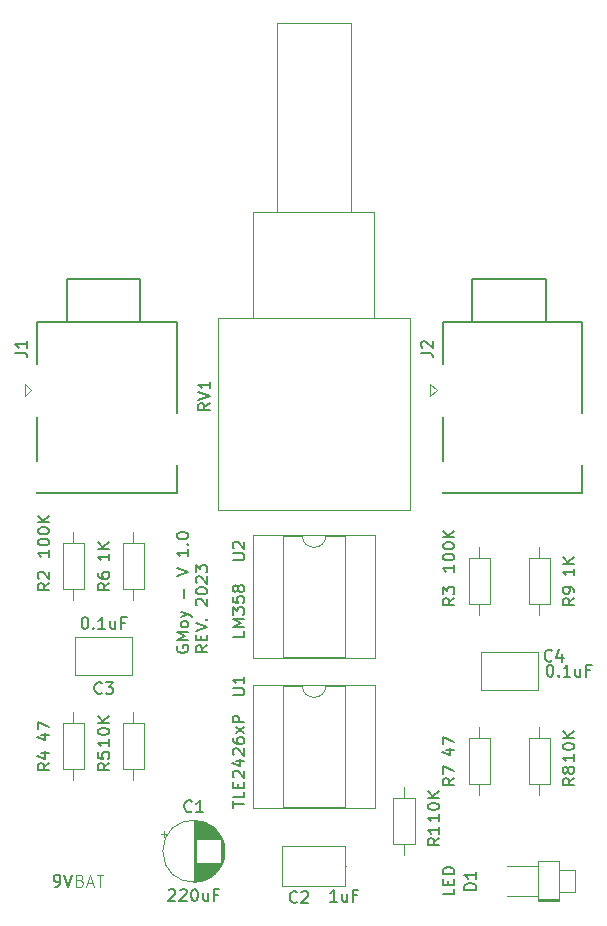
<source format=gbr>
%TF.GenerationSoftware,KiCad,Pcbnew,7.0.8*%
%TF.CreationDate,2023-12-16T16:40:22-03:00*%
%TF.ProjectId,cmoy,636d6f79-2e6b-4696-9361-645f70636258,rev?*%
%TF.SameCoordinates,Original*%
%TF.FileFunction,Legend,Top*%
%TF.FilePolarity,Positive*%
%FSLAX46Y46*%
G04 Gerber Fmt 4.6, Leading zero omitted, Abs format (unit mm)*
G04 Created by KiCad (PCBNEW 7.0.8) date 2023-12-16 16:40:22*
%MOMM*%
%LPD*%
G01*
G04 APERTURE LIST*
%ADD10C,0.150000*%
%ADD11C,0.100000*%
%ADD12C,0.120000*%
G04 APERTURE END LIST*
D10*
X177647438Y-70259411D02*
X177599819Y-70354649D01*
X177599819Y-70354649D02*
X177599819Y-70497506D01*
X177599819Y-70497506D02*
X177647438Y-70640363D01*
X177647438Y-70640363D02*
X177742676Y-70735601D01*
X177742676Y-70735601D02*
X177837914Y-70783220D01*
X177837914Y-70783220D02*
X178028390Y-70830839D01*
X178028390Y-70830839D02*
X178171247Y-70830839D01*
X178171247Y-70830839D02*
X178361723Y-70783220D01*
X178361723Y-70783220D02*
X178456961Y-70735601D01*
X178456961Y-70735601D02*
X178552200Y-70640363D01*
X178552200Y-70640363D02*
X178599819Y-70497506D01*
X178599819Y-70497506D02*
X178599819Y-70402268D01*
X178599819Y-70402268D02*
X178552200Y-70259411D01*
X178552200Y-70259411D02*
X178504580Y-70211792D01*
X178504580Y-70211792D02*
X178171247Y-70211792D01*
X178171247Y-70211792D02*
X178171247Y-70402268D01*
X178599819Y-69783220D02*
X177599819Y-69783220D01*
X177599819Y-69783220D02*
X178314104Y-69449887D01*
X178314104Y-69449887D02*
X177599819Y-69116554D01*
X177599819Y-69116554D02*
X178599819Y-69116554D01*
X178599819Y-68497506D02*
X178552200Y-68592744D01*
X178552200Y-68592744D02*
X178504580Y-68640363D01*
X178504580Y-68640363D02*
X178409342Y-68687982D01*
X178409342Y-68687982D02*
X178123628Y-68687982D01*
X178123628Y-68687982D02*
X178028390Y-68640363D01*
X178028390Y-68640363D02*
X177980771Y-68592744D01*
X177980771Y-68592744D02*
X177933152Y-68497506D01*
X177933152Y-68497506D02*
X177933152Y-68354649D01*
X177933152Y-68354649D02*
X177980771Y-68259411D01*
X177980771Y-68259411D02*
X178028390Y-68211792D01*
X178028390Y-68211792D02*
X178123628Y-68164173D01*
X178123628Y-68164173D02*
X178409342Y-68164173D01*
X178409342Y-68164173D02*
X178504580Y-68211792D01*
X178504580Y-68211792D02*
X178552200Y-68259411D01*
X178552200Y-68259411D02*
X178599819Y-68354649D01*
X178599819Y-68354649D02*
X178599819Y-68497506D01*
X177933152Y-67830839D02*
X178599819Y-67592744D01*
X177933152Y-67354649D02*
X178599819Y-67592744D01*
X178599819Y-67592744D02*
X178837914Y-67687982D01*
X178837914Y-67687982D02*
X178885533Y-67735601D01*
X178885533Y-67735601D02*
X178933152Y-67830839D01*
X178218866Y-66211791D02*
X178218866Y-65449887D01*
X177599819Y-64354648D02*
X178599819Y-64021315D01*
X178599819Y-64021315D02*
X177599819Y-63687982D01*
X178599819Y-62068934D02*
X178599819Y-62640362D01*
X178599819Y-62354648D02*
X177599819Y-62354648D01*
X177599819Y-62354648D02*
X177742676Y-62449886D01*
X177742676Y-62449886D02*
X177837914Y-62545124D01*
X177837914Y-62545124D02*
X177885533Y-62640362D01*
X178504580Y-61640362D02*
X178552200Y-61592743D01*
X178552200Y-61592743D02*
X178599819Y-61640362D01*
X178599819Y-61640362D02*
X178552200Y-61687981D01*
X178552200Y-61687981D02*
X178504580Y-61640362D01*
X178504580Y-61640362D02*
X178599819Y-61640362D01*
X177599819Y-60973696D02*
X177599819Y-60878458D01*
X177599819Y-60878458D02*
X177647438Y-60783220D01*
X177647438Y-60783220D02*
X177695057Y-60735601D01*
X177695057Y-60735601D02*
X177790295Y-60687982D01*
X177790295Y-60687982D02*
X177980771Y-60640363D01*
X177980771Y-60640363D02*
X178218866Y-60640363D01*
X178218866Y-60640363D02*
X178409342Y-60687982D01*
X178409342Y-60687982D02*
X178504580Y-60735601D01*
X178504580Y-60735601D02*
X178552200Y-60783220D01*
X178552200Y-60783220D02*
X178599819Y-60878458D01*
X178599819Y-60878458D02*
X178599819Y-60973696D01*
X178599819Y-60973696D02*
X178552200Y-61068934D01*
X178552200Y-61068934D02*
X178504580Y-61116553D01*
X178504580Y-61116553D02*
X178409342Y-61164172D01*
X178409342Y-61164172D02*
X178218866Y-61211791D01*
X178218866Y-61211791D02*
X177980771Y-61211791D01*
X177980771Y-61211791D02*
X177790295Y-61164172D01*
X177790295Y-61164172D02*
X177695057Y-61116553D01*
X177695057Y-61116553D02*
X177647438Y-61068934D01*
X177647438Y-61068934D02*
X177599819Y-60973696D01*
X180209819Y-70211792D02*
X179733628Y-70545125D01*
X180209819Y-70783220D02*
X179209819Y-70783220D01*
X179209819Y-70783220D02*
X179209819Y-70402268D01*
X179209819Y-70402268D02*
X179257438Y-70307030D01*
X179257438Y-70307030D02*
X179305057Y-70259411D01*
X179305057Y-70259411D02*
X179400295Y-70211792D01*
X179400295Y-70211792D02*
X179543152Y-70211792D01*
X179543152Y-70211792D02*
X179638390Y-70259411D01*
X179638390Y-70259411D02*
X179686009Y-70307030D01*
X179686009Y-70307030D02*
X179733628Y-70402268D01*
X179733628Y-70402268D02*
X179733628Y-70783220D01*
X179686009Y-69783220D02*
X179686009Y-69449887D01*
X180209819Y-69307030D02*
X180209819Y-69783220D01*
X180209819Y-69783220D02*
X179209819Y-69783220D01*
X179209819Y-69783220D02*
X179209819Y-69307030D01*
X179209819Y-69021315D02*
X180209819Y-68687982D01*
X180209819Y-68687982D02*
X179209819Y-68354649D01*
X180114580Y-68021315D02*
X180162200Y-67973696D01*
X180162200Y-67973696D02*
X180209819Y-68021315D01*
X180209819Y-68021315D02*
X180162200Y-68068934D01*
X180162200Y-68068934D02*
X180114580Y-68021315D01*
X180114580Y-68021315D02*
X180209819Y-68021315D01*
X179305057Y-66830839D02*
X179257438Y-66783220D01*
X179257438Y-66783220D02*
X179209819Y-66687982D01*
X179209819Y-66687982D02*
X179209819Y-66449887D01*
X179209819Y-66449887D02*
X179257438Y-66354649D01*
X179257438Y-66354649D02*
X179305057Y-66307030D01*
X179305057Y-66307030D02*
X179400295Y-66259411D01*
X179400295Y-66259411D02*
X179495533Y-66259411D01*
X179495533Y-66259411D02*
X179638390Y-66307030D01*
X179638390Y-66307030D02*
X180209819Y-66878458D01*
X180209819Y-66878458D02*
X180209819Y-66259411D01*
X179209819Y-65640363D02*
X179209819Y-65545125D01*
X179209819Y-65545125D02*
X179257438Y-65449887D01*
X179257438Y-65449887D02*
X179305057Y-65402268D01*
X179305057Y-65402268D02*
X179400295Y-65354649D01*
X179400295Y-65354649D02*
X179590771Y-65307030D01*
X179590771Y-65307030D02*
X179828866Y-65307030D01*
X179828866Y-65307030D02*
X180019342Y-65354649D01*
X180019342Y-65354649D02*
X180114580Y-65402268D01*
X180114580Y-65402268D02*
X180162200Y-65449887D01*
X180162200Y-65449887D02*
X180209819Y-65545125D01*
X180209819Y-65545125D02*
X180209819Y-65640363D01*
X180209819Y-65640363D02*
X180162200Y-65735601D01*
X180162200Y-65735601D02*
X180114580Y-65783220D01*
X180114580Y-65783220D02*
X180019342Y-65830839D01*
X180019342Y-65830839D02*
X179828866Y-65878458D01*
X179828866Y-65878458D02*
X179590771Y-65878458D01*
X179590771Y-65878458D02*
X179400295Y-65830839D01*
X179400295Y-65830839D02*
X179305057Y-65783220D01*
X179305057Y-65783220D02*
X179257438Y-65735601D01*
X179257438Y-65735601D02*
X179209819Y-65640363D01*
X179305057Y-64926077D02*
X179257438Y-64878458D01*
X179257438Y-64878458D02*
X179209819Y-64783220D01*
X179209819Y-64783220D02*
X179209819Y-64545125D01*
X179209819Y-64545125D02*
X179257438Y-64449887D01*
X179257438Y-64449887D02*
X179305057Y-64402268D01*
X179305057Y-64402268D02*
X179400295Y-64354649D01*
X179400295Y-64354649D02*
X179495533Y-64354649D01*
X179495533Y-64354649D02*
X179638390Y-64402268D01*
X179638390Y-64402268D02*
X180209819Y-64973696D01*
X180209819Y-64973696D02*
X180209819Y-64354649D01*
X179209819Y-64021315D02*
X179209819Y-63402268D01*
X179209819Y-63402268D02*
X179590771Y-63735601D01*
X179590771Y-63735601D02*
X179590771Y-63592744D01*
X179590771Y-63592744D02*
X179638390Y-63497506D01*
X179638390Y-63497506D02*
X179686009Y-63449887D01*
X179686009Y-63449887D02*
X179781247Y-63402268D01*
X179781247Y-63402268D02*
X180019342Y-63402268D01*
X180019342Y-63402268D02*
X180114580Y-63449887D01*
X180114580Y-63449887D02*
X180162200Y-63497506D01*
X180162200Y-63497506D02*
X180209819Y-63592744D01*
X180209819Y-63592744D02*
X180209819Y-63878458D01*
X180209819Y-63878458D02*
X180162200Y-63973696D01*
X180162200Y-63973696D02*
X180114580Y-64021315D01*
X182334819Y-62991904D02*
X183144342Y-62991904D01*
X183144342Y-62991904D02*
X183239580Y-62944285D01*
X183239580Y-62944285D02*
X183287200Y-62896666D01*
X183287200Y-62896666D02*
X183334819Y-62801428D01*
X183334819Y-62801428D02*
X183334819Y-62610952D01*
X183334819Y-62610952D02*
X183287200Y-62515714D01*
X183287200Y-62515714D02*
X183239580Y-62468095D01*
X183239580Y-62468095D02*
X183144342Y-62420476D01*
X183144342Y-62420476D02*
X182334819Y-62420476D01*
X182430057Y-61991904D02*
X182382438Y-61944285D01*
X182382438Y-61944285D02*
X182334819Y-61849047D01*
X182334819Y-61849047D02*
X182334819Y-61610952D01*
X182334819Y-61610952D02*
X182382438Y-61515714D01*
X182382438Y-61515714D02*
X182430057Y-61468095D01*
X182430057Y-61468095D02*
X182525295Y-61420476D01*
X182525295Y-61420476D02*
X182620533Y-61420476D01*
X182620533Y-61420476D02*
X182763390Y-61468095D01*
X182763390Y-61468095D02*
X183334819Y-62039523D01*
X183334819Y-62039523D02*
X183334819Y-61420476D01*
X183334819Y-69000476D02*
X183334819Y-69476666D01*
X183334819Y-69476666D02*
X182334819Y-69476666D01*
X183334819Y-68667142D02*
X182334819Y-68667142D01*
X182334819Y-68667142D02*
X183049104Y-68333809D01*
X183049104Y-68333809D02*
X182334819Y-68000476D01*
X182334819Y-68000476D02*
X183334819Y-68000476D01*
X182334819Y-67619523D02*
X182334819Y-67000476D01*
X182334819Y-67000476D02*
X182715771Y-67333809D01*
X182715771Y-67333809D02*
X182715771Y-67190952D01*
X182715771Y-67190952D02*
X182763390Y-67095714D01*
X182763390Y-67095714D02*
X182811009Y-67048095D01*
X182811009Y-67048095D02*
X182906247Y-67000476D01*
X182906247Y-67000476D02*
X183144342Y-67000476D01*
X183144342Y-67000476D02*
X183239580Y-67048095D01*
X183239580Y-67048095D02*
X183287200Y-67095714D01*
X183287200Y-67095714D02*
X183334819Y-67190952D01*
X183334819Y-67190952D02*
X183334819Y-67476666D01*
X183334819Y-67476666D02*
X183287200Y-67571904D01*
X183287200Y-67571904D02*
X183239580Y-67619523D01*
X182334819Y-66095714D02*
X182334819Y-66571904D01*
X182334819Y-66571904D02*
X182811009Y-66619523D01*
X182811009Y-66619523D02*
X182763390Y-66571904D01*
X182763390Y-66571904D02*
X182715771Y-66476666D01*
X182715771Y-66476666D02*
X182715771Y-66238571D01*
X182715771Y-66238571D02*
X182763390Y-66143333D01*
X182763390Y-66143333D02*
X182811009Y-66095714D01*
X182811009Y-66095714D02*
X182906247Y-66048095D01*
X182906247Y-66048095D02*
X183144342Y-66048095D01*
X183144342Y-66048095D02*
X183239580Y-66095714D01*
X183239580Y-66095714D02*
X183287200Y-66143333D01*
X183287200Y-66143333D02*
X183334819Y-66238571D01*
X183334819Y-66238571D02*
X183334819Y-66476666D01*
X183334819Y-66476666D02*
X183287200Y-66571904D01*
X183287200Y-66571904D02*
X183239580Y-66619523D01*
X182763390Y-65476666D02*
X182715771Y-65571904D01*
X182715771Y-65571904D02*
X182668152Y-65619523D01*
X182668152Y-65619523D02*
X182572914Y-65667142D01*
X182572914Y-65667142D02*
X182525295Y-65667142D01*
X182525295Y-65667142D02*
X182430057Y-65619523D01*
X182430057Y-65619523D02*
X182382438Y-65571904D01*
X182382438Y-65571904D02*
X182334819Y-65476666D01*
X182334819Y-65476666D02*
X182334819Y-65286190D01*
X182334819Y-65286190D02*
X182382438Y-65190952D01*
X182382438Y-65190952D02*
X182430057Y-65143333D01*
X182430057Y-65143333D02*
X182525295Y-65095714D01*
X182525295Y-65095714D02*
X182572914Y-65095714D01*
X182572914Y-65095714D02*
X182668152Y-65143333D01*
X182668152Y-65143333D02*
X182715771Y-65190952D01*
X182715771Y-65190952D02*
X182763390Y-65286190D01*
X182763390Y-65286190D02*
X182763390Y-65476666D01*
X182763390Y-65476666D02*
X182811009Y-65571904D01*
X182811009Y-65571904D02*
X182858628Y-65619523D01*
X182858628Y-65619523D02*
X182953866Y-65667142D01*
X182953866Y-65667142D02*
X183144342Y-65667142D01*
X183144342Y-65667142D02*
X183239580Y-65619523D01*
X183239580Y-65619523D02*
X183287200Y-65571904D01*
X183287200Y-65571904D02*
X183334819Y-65476666D01*
X183334819Y-65476666D02*
X183334819Y-65286190D01*
X183334819Y-65286190D02*
X183287200Y-65190952D01*
X183287200Y-65190952D02*
X183239580Y-65143333D01*
X183239580Y-65143333D02*
X183144342Y-65095714D01*
X183144342Y-65095714D02*
X182953866Y-65095714D01*
X182953866Y-65095714D02*
X182858628Y-65143333D01*
X182858628Y-65143333D02*
X182811009Y-65190952D01*
X182811009Y-65190952D02*
X182763390Y-65286190D01*
X182334819Y-74421904D02*
X183144342Y-74421904D01*
X183144342Y-74421904D02*
X183239580Y-74374285D01*
X183239580Y-74374285D02*
X183287200Y-74326666D01*
X183287200Y-74326666D02*
X183334819Y-74231428D01*
X183334819Y-74231428D02*
X183334819Y-74040952D01*
X183334819Y-74040952D02*
X183287200Y-73945714D01*
X183287200Y-73945714D02*
X183239580Y-73898095D01*
X183239580Y-73898095D02*
X183144342Y-73850476D01*
X183144342Y-73850476D02*
X182334819Y-73850476D01*
X183334819Y-72850476D02*
X183334819Y-73421904D01*
X183334819Y-73136190D02*
X182334819Y-73136190D01*
X182334819Y-73136190D02*
X182477676Y-73231428D01*
X182477676Y-73231428D02*
X182572914Y-73326666D01*
X182572914Y-73326666D02*
X182620533Y-73421904D01*
X182334819Y-83962380D02*
X182334819Y-83390952D01*
X183334819Y-83676666D02*
X182334819Y-83676666D01*
X183334819Y-82581428D02*
X183334819Y-83057618D01*
X183334819Y-83057618D02*
X182334819Y-83057618D01*
X182811009Y-82248094D02*
X182811009Y-81914761D01*
X183334819Y-81771904D02*
X183334819Y-82248094D01*
X183334819Y-82248094D02*
X182334819Y-82248094D01*
X182334819Y-82248094D02*
X182334819Y-81771904D01*
X182430057Y-81390951D02*
X182382438Y-81343332D01*
X182382438Y-81343332D02*
X182334819Y-81248094D01*
X182334819Y-81248094D02*
X182334819Y-81009999D01*
X182334819Y-81009999D02*
X182382438Y-80914761D01*
X182382438Y-80914761D02*
X182430057Y-80867142D01*
X182430057Y-80867142D02*
X182525295Y-80819523D01*
X182525295Y-80819523D02*
X182620533Y-80819523D01*
X182620533Y-80819523D02*
X182763390Y-80867142D01*
X182763390Y-80867142D02*
X183334819Y-81438570D01*
X183334819Y-81438570D02*
X183334819Y-80819523D01*
X182668152Y-79962380D02*
X183334819Y-79962380D01*
X182287200Y-80200475D02*
X183001485Y-80438570D01*
X183001485Y-80438570D02*
X183001485Y-79819523D01*
X182430057Y-79486189D02*
X182382438Y-79438570D01*
X182382438Y-79438570D02*
X182334819Y-79343332D01*
X182334819Y-79343332D02*
X182334819Y-79105237D01*
X182334819Y-79105237D02*
X182382438Y-79009999D01*
X182382438Y-79009999D02*
X182430057Y-78962380D01*
X182430057Y-78962380D02*
X182525295Y-78914761D01*
X182525295Y-78914761D02*
X182620533Y-78914761D01*
X182620533Y-78914761D02*
X182763390Y-78962380D01*
X182763390Y-78962380D02*
X183334819Y-79533808D01*
X183334819Y-79533808D02*
X183334819Y-78914761D01*
X182334819Y-78057618D02*
X182334819Y-78248094D01*
X182334819Y-78248094D02*
X182382438Y-78343332D01*
X182382438Y-78343332D02*
X182430057Y-78390951D01*
X182430057Y-78390951D02*
X182572914Y-78486189D01*
X182572914Y-78486189D02*
X182763390Y-78533808D01*
X182763390Y-78533808D02*
X183144342Y-78533808D01*
X183144342Y-78533808D02*
X183239580Y-78486189D01*
X183239580Y-78486189D02*
X183287200Y-78438570D01*
X183287200Y-78438570D02*
X183334819Y-78343332D01*
X183334819Y-78343332D02*
X183334819Y-78152856D01*
X183334819Y-78152856D02*
X183287200Y-78057618D01*
X183287200Y-78057618D02*
X183239580Y-78009999D01*
X183239580Y-78009999D02*
X183144342Y-77962380D01*
X183144342Y-77962380D02*
X182906247Y-77962380D01*
X182906247Y-77962380D02*
X182811009Y-78009999D01*
X182811009Y-78009999D02*
X182763390Y-78057618D01*
X182763390Y-78057618D02*
X182715771Y-78152856D01*
X182715771Y-78152856D02*
X182715771Y-78343332D01*
X182715771Y-78343332D02*
X182763390Y-78438570D01*
X182763390Y-78438570D02*
X182811009Y-78486189D01*
X182811009Y-78486189D02*
X182906247Y-78533808D01*
X183334819Y-77629046D02*
X182668152Y-77105237D01*
X182668152Y-77629046D02*
X183334819Y-77105237D01*
X183334819Y-76724284D02*
X182334819Y-76724284D01*
X182334819Y-76724284D02*
X182334819Y-76343332D01*
X182334819Y-76343332D02*
X182382438Y-76248094D01*
X182382438Y-76248094D02*
X182430057Y-76200475D01*
X182430057Y-76200475D02*
X182525295Y-76152856D01*
X182525295Y-76152856D02*
X182668152Y-76152856D01*
X182668152Y-76152856D02*
X182763390Y-76200475D01*
X182763390Y-76200475D02*
X182811009Y-76248094D01*
X182811009Y-76248094D02*
X182858628Y-76343332D01*
X182858628Y-76343332D02*
X182858628Y-76724284D01*
X180434819Y-49695238D02*
X179958628Y-50028571D01*
X180434819Y-50266666D02*
X179434819Y-50266666D01*
X179434819Y-50266666D02*
X179434819Y-49885714D01*
X179434819Y-49885714D02*
X179482438Y-49790476D01*
X179482438Y-49790476D02*
X179530057Y-49742857D01*
X179530057Y-49742857D02*
X179625295Y-49695238D01*
X179625295Y-49695238D02*
X179768152Y-49695238D01*
X179768152Y-49695238D02*
X179863390Y-49742857D01*
X179863390Y-49742857D02*
X179911009Y-49790476D01*
X179911009Y-49790476D02*
X179958628Y-49885714D01*
X179958628Y-49885714D02*
X179958628Y-50266666D01*
X179434819Y-49409523D02*
X180434819Y-49076190D01*
X180434819Y-49076190D02*
X179434819Y-48742857D01*
X180434819Y-47885714D02*
X180434819Y-48457142D01*
X180434819Y-48171428D02*
X179434819Y-48171428D01*
X179434819Y-48171428D02*
X179577676Y-48266666D01*
X179577676Y-48266666D02*
X179672914Y-48361904D01*
X179672914Y-48361904D02*
X179720533Y-48457142D01*
X211274819Y-66206666D02*
X210798628Y-66539999D01*
X211274819Y-66778094D02*
X210274819Y-66778094D01*
X210274819Y-66778094D02*
X210274819Y-66397142D01*
X210274819Y-66397142D02*
X210322438Y-66301904D01*
X210322438Y-66301904D02*
X210370057Y-66254285D01*
X210370057Y-66254285D02*
X210465295Y-66206666D01*
X210465295Y-66206666D02*
X210608152Y-66206666D01*
X210608152Y-66206666D02*
X210703390Y-66254285D01*
X210703390Y-66254285D02*
X210751009Y-66301904D01*
X210751009Y-66301904D02*
X210798628Y-66397142D01*
X210798628Y-66397142D02*
X210798628Y-66778094D01*
X211274819Y-65730475D02*
X211274819Y-65539999D01*
X211274819Y-65539999D02*
X211227200Y-65444761D01*
X211227200Y-65444761D02*
X211179580Y-65397142D01*
X211179580Y-65397142D02*
X211036723Y-65301904D01*
X211036723Y-65301904D02*
X210846247Y-65254285D01*
X210846247Y-65254285D02*
X210465295Y-65254285D01*
X210465295Y-65254285D02*
X210370057Y-65301904D01*
X210370057Y-65301904D02*
X210322438Y-65349523D01*
X210322438Y-65349523D02*
X210274819Y-65444761D01*
X210274819Y-65444761D02*
X210274819Y-65635237D01*
X210274819Y-65635237D02*
X210322438Y-65730475D01*
X210322438Y-65730475D02*
X210370057Y-65778094D01*
X210370057Y-65778094D02*
X210465295Y-65825713D01*
X210465295Y-65825713D02*
X210703390Y-65825713D01*
X210703390Y-65825713D02*
X210798628Y-65778094D01*
X210798628Y-65778094D02*
X210846247Y-65730475D01*
X210846247Y-65730475D02*
X210893866Y-65635237D01*
X210893866Y-65635237D02*
X210893866Y-65444761D01*
X210893866Y-65444761D02*
X210846247Y-65349523D01*
X210846247Y-65349523D02*
X210798628Y-65301904D01*
X210798628Y-65301904D02*
X210703390Y-65254285D01*
X211274819Y-63714285D02*
X211274819Y-64285713D01*
X211274819Y-63999999D02*
X210274819Y-63999999D01*
X210274819Y-63999999D02*
X210417676Y-64095237D01*
X210417676Y-64095237D02*
X210512914Y-64190475D01*
X210512914Y-64190475D02*
X210560533Y-64285713D01*
X211274819Y-63285713D02*
X210274819Y-63285713D01*
X211274819Y-62714285D02*
X210703390Y-63142856D01*
X210274819Y-62714285D02*
X210846247Y-63285713D01*
X211274819Y-81446666D02*
X210798628Y-81779999D01*
X211274819Y-82018094D02*
X210274819Y-82018094D01*
X210274819Y-82018094D02*
X210274819Y-81637142D01*
X210274819Y-81637142D02*
X210322438Y-81541904D01*
X210322438Y-81541904D02*
X210370057Y-81494285D01*
X210370057Y-81494285D02*
X210465295Y-81446666D01*
X210465295Y-81446666D02*
X210608152Y-81446666D01*
X210608152Y-81446666D02*
X210703390Y-81494285D01*
X210703390Y-81494285D02*
X210751009Y-81541904D01*
X210751009Y-81541904D02*
X210798628Y-81637142D01*
X210798628Y-81637142D02*
X210798628Y-82018094D01*
X210703390Y-80875237D02*
X210655771Y-80970475D01*
X210655771Y-80970475D02*
X210608152Y-81018094D01*
X210608152Y-81018094D02*
X210512914Y-81065713D01*
X210512914Y-81065713D02*
X210465295Y-81065713D01*
X210465295Y-81065713D02*
X210370057Y-81018094D01*
X210370057Y-81018094D02*
X210322438Y-80970475D01*
X210322438Y-80970475D02*
X210274819Y-80875237D01*
X210274819Y-80875237D02*
X210274819Y-80684761D01*
X210274819Y-80684761D02*
X210322438Y-80589523D01*
X210322438Y-80589523D02*
X210370057Y-80541904D01*
X210370057Y-80541904D02*
X210465295Y-80494285D01*
X210465295Y-80494285D02*
X210512914Y-80494285D01*
X210512914Y-80494285D02*
X210608152Y-80541904D01*
X210608152Y-80541904D02*
X210655771Y-80589523D01*
X210655771Y-80589523D02*
X210703390Y-80684761D01*
X210703390Y-80684761D02*
X210703390Y-80875237D01*
X210703390Y-80875237D02*
X210751009Y-80970475D01*
X210751009Y-80970475D02*
X210798628Y-81018094D01*
X210798628Y-81018094D02*
X210893866Y-81065713D01*
X210893866Y-81065713D02*
X211084342Y-81065713D01*
X211084342Y-81065713D02*
X211179580Y-81018094D01*
X211179580Y-81018094D02*
X211227200Y-80970475D01*
X211227200Y-80970475D02*
X211274819Y-80875237D01*
X211274819Y-80875237D02*
X211274819Y-80684761D01*
X211274819Y-80684761D02*
X211227200Y-80589523D01*
X211227200Y-80589523D02*
X211179580Y-80541904D01*
X211179580Y-80541904D02*
X211084342Y-80494285D01*
X211084342Y-80494285D02*
X210893866Y-80494285D01*
X210893866Y-80494285D02*
X210798628Y-80541904D01*
X210798628Y-80541904D02*
X210751009Y-80589523D01*
X210751009Y-80589523D02*
X210703390Y-80684761D01*
X211274819Y-79430476D02*
X211274819Y-80001904D01*
X211274819Y-79716190D02*
X210274819Y-79716190D01*
X210274819Y-79716190D02*
X210417676Y-79811428D01*
X210417676Y-79811428D02*
X210512914Y-79906666D01*
X210512914Y-79906666D02*
X210560533Y-80001904D01*
X210274819Y-78811428D02*
X210274819Y-78716190D01*
X210274819Y-78716190D02*
X210322438Y-78620952D01*
X210322438Y-78620952D02*
X210370057Y-78573333D01*
X210370057Y-78573333D02*
X210465295Y-78525714D01*
X210465295Y-78525714D02*
X210655771Y-78478095D01*
X210655771Y-78478095D02*
X210893866Y-78478095D01*
X210893866Y-78478095D02*
X211084342Y-78525714D01*
X211084342Y-78525714D02*
X211179580Y-78573333D01*
X211179580Y-78573333D02*
X211227200Y-78620952D01*
X211227200Y-78620952D02*
X211274819Y-78716190D01*
X211274819Y-78716190D02*
X211274819Y-78811428D01*
X211274819Y-78811428D02*
X211227200Y-78906666D01*
X211227200Y-78906666D02*
X211179580Y-78954285D01*
X211179580Y-78954285D02*
X211084342Y-79001904D01*
X211084342Y-79001904D02*
X210893866Y-79049523D01*
X210893866Y-79049523D02*
X210655771Y-79049523D01*
X210655771Y-79049523D02*
X210465295Y-79001904D01*
X210465295Y-79001904D02*
X210370057Y-78954285D01*
X210370057Y-78954285D02*
X210322438Y-78906666D01*
X210322438Y-78906666D02*
X210274819Y-78811428D01*
X211274819Y-78049523D02*
X210274819Y-78049523D01*
X211274819Y-77478095D02*
X210703390Y-77906666D01*
X210274819Y-77478095D02*
X210846247Y-78049523D01*
X201114819Y-81446666D02*
X200638628Y-81779999D01*
X201114819Y-82018094D02*
X200114819Y-82018094D01*
X200114819Y-82018094D02*
X200114819Y-81637142D01*
X200114819Y-81637142D02*
X200162438Y-81541904D01*
X200162438Y-81541904D02*
X200210057Y-81494285D01*
X200210057Y-81494285D02*
X200305295Y-81446666D01*
X200305295Y-81446666D02*
X200448152Y-81446666D01*
X200448152Y-81446666D02*
X200543390Y-81494285D01*
X200543390Y-81494285D02*
X200591009Y-81541904D01*
X200591009Y-81541904D02*
X200638628Y-81637142D01*
X200638628Y-81637142D02*
X200638628Y-82018094D01*
X200114819Y-81113332D02*
X200114819Y-80446666D01*
X200114819Y-80446666D02*
X201114819Y-80875237D01*
X200448152Y-79025714D02*
X201114819Y-79025714D01*
X200067200Y-79263809D02*
X200781485Y-79501904D01*
X200781485Y-79501904D02*
X200781485Y-78882857D01*
X200114819Y-78597142D02*
X200114819Y-77930476D01*
X200114819Y-77930476D02*
X201114819Y-78359047D01*
X171904819Y-64936666D02*
X171428628Y-65269999D01*
X171904819Y-65508094D02*
X170904819Y-65508094D01*
X170904819Y-65508094D02*
X170904819Y-65127142D01*
X170904819Y-65127142D02*
X170952438Y-65031904D01*
X170952438Y-65031904D02*
X171000057Y-64984285D01*
X171000057Y-64984285D02*
X171095295Y-64936666D01*
X171095295Y-64936666D02*
X171238152Y-64936666D01*
X171238152Y-64936666D02*
X171333390Y-64984285D01*
X171333390Y-64984285D02*
X171381009Y-65031904D01*
X171381009Y-65031904D02*
X171428628Y-65127142D01*
X171428628Y-65127142D02*
X171428628Y-65508094D01*
X170904819Y-64079523D02*
X170904819Y-64269999D01*
X170904819Y-64269999D02*
X170952438Y-64365237D01*
X170952438Y-64365237D02*
X171000057Y-64412856D01*
X171000057Y-64412856D02*
X171142914Y-64508094D01*
X171142914Y-64508094D02*
X171333390Y-64555713D01*
X171333390Y-64555713D02*
X171714342Y-64555713D01*
X171714342Y-64555713D02*
X171809580Y-64508094D01*
X171809580Y-64508094D02*
X171857200Y-64460475D01*
X171857200Y-64460475D02*
X171904819Y-64365237D01*
X171904819Y-64365237D02*
X171904819Y-64174761D01*
X171904819Y-64174761D02*
X171857200Y-64079523D01*
X171857200Y-64079523D02*
X171809580Y-64031904D01*
X171809580Y-64031904D02*
X171714342Y-63984285D01*
X171714342Y-63984285D02*
X171476247Y-63984285D01*
X171476247Y-63984285D02*
X171381009Y-64031904D01*
X171381009Y-64031904D02*
X171333390Y-64079523D01*
X171333390Y-64079523D02*
X171285771Y-64174761D01*
X171285771Y-64174761D02*
X171285771Y-64365237D01*
X171285771Y-64365237D02*
X171333390Y-64460475D01*
X171333390Y-64460475D02*
X171381009Y-64508094D01*
X171381009Y-64508094D02*
X171476247Y-64555713D01*
X171904819Y-62444285D02*
X171904819Y-63015713D01*
X171904819Y-62729999D02*
X170904819Y-62729999D01*
X170904819Y-62729999D02*
X171047676Y-62825237D01*
X171047676Y-62825237D02*
X171142914Y-62920475D01*
X171142914Y-62920475D02*
X171190533Y-63015713D01*
X171904819Y-62015713D02*
X170904819Y-62015713D01*
X171904819Y-61444285D02*
X171333390Y-61872856D01*
X170904819Y-61444285D02*
X171476247Y-62015713D01*
X171904819Y-80176666D02*
X171428628Y-80509999D01*
X171904819Y-80748094D02*
X170904819Y-80748094D01*
X170904819Y-80748094D02*
X170904819Y-80367142D01*
X170904819Y-80367142D02*
X170952438Y-80271904D01*
X170952438Y-80271904D02*
X171000057Y-80224285D01*
X171000057Y-80224285D02*
X171095295Y-80176666D01*
X171095295Y-80176666D02*
X171238152Y-80176666D01*
X171238152Y-80176666D02*
X171333390Y-80224285D01*
X171333390Y-80224285D02*
X171381009Y-80271904D01*
X171381009Y-80271904D02*
X171428628Y-80367142D01*
X171428628Y-80367142D02*
X171428628Y-80748094D01*
X170904819Y-79271904D02*
X170904819Y-79748094D01*
X170904819Y-79748094D02*
X171381009Y-79795713D01*
X171381009Y-79795713D02*
X171333390Y-79748094D01*
X171333390Y-79748094D02*
X171285771Y-79652856D01*
X171285771Y-79652856D02*
X171285771Y-79414761D01*
X171285771Y-79414761D02*
X171333390Y-79319523D01*
X171333390Y-79319523D02*
X171381009Y-79271904D01*
X171381009Y-79271904D02*
X171476247Y-79224285D01*
X171476247Y-79224285D02*
X171714342Y-79224285D01*
X171714342Y-79224285D02*
X171809580Y-79271904D01*
X171809580Y-79271904D02*
X171857200Y-79319523D01*
X171857200Y-79319523D02*
X171904819Y-79414761D01*
X171904819Y-79414761D02*
X171904819Y-79652856D01*
X171904819Y-79652856D02*
X171857200Y-79748094D01*
X171857200Y-79748094D02*
X171809580Y-79795713D01*
X171904819Y-78160476D02*
X171904819Y-78731904D01*
X171904819Y-78446190D02*
X170904819Y-78446190D01*
X170904819Y-78446190D02*
X171047676Y-78541428D01*
X171047676Y-78541428D02*
X171142914Y-78636666D01*
X171142914Y-78636666D02*
X171190533Y-78731904D01*
X170904819Y-77541428D02*
X170904819Y-77446190D01*
X170904819Y-77446190D02*
X170952438Y-77350952D01*
X170952438Y-77350952D02*
X171000057Y-77303333D01*
X171000057Y-77303333D02*
X171095295Y-77255714D01*
X171095295Y-77255714D02*
X171285771Y-77208095D01*
X171285771Y-77208095D02*
X171523866Y-77208095D01*
X171523866Y-77208095D02*
X171714342Y-77255714D01*
X171714342Y-77255714D02*
X171809580Y-77303333D01*
X171809580Y-77303333D02*
X171857200Y-77350952D01*
X171857200Y-77350952D02*
X171904819Y-77446190D01*
X171904819Y-77446190D02*
X171904819Y-77541428D01*
X171904819Y-77541428D02*
X171857200Y-77636666D01*
X171857200Y-77636666D02*
X171809580Y-77684285D01*
X171809580Y-77684285D02*
X171714342Y-77731904D01*
X171714342Y-77731904D02*
X171523866Y-77779523D01*
X171523866Y-77779523D02*
X171285771Y-77779523D01*
X171285771Y-77779523D02*
X171095295Y-77731904D01*
X171095295Y-77731904D02*
X171000057Y-77684285D01*
X171000057Y-77684285D02*
X170952438Y-77636666D01*
X170952438Y-77636666D02*
X170904819Y-77541428D01*
X171904819Y-76779523D02*
X170904819Y-76779523D01*
X171904819Y-76208095D02*
X171333390Y-76636666D01*
X170904819Y-76208095D02*
X171476247Y-76779523D01*
X166824819Y-80176666D02*
X166348628Y-80509999D01*
X166824819Y-80748094D02*
X165824819Y-80748094D01*
X165824819Y-80748094D02*
X165824819Y-80367142D01*
X165824819Y-80367142D02*
X165872438Y-80271904D01*
X165872438Y-80271904D02*
X165920057Y-80224285D01*
X165920057Y-80224285D02*
X166015295Y-80176666D01*
X166015295Y-80176666D02*
X166158152Y-80176666D01*
X166158152Y-80176666D02*
X166253390Y-80224285D01*
X166253390Y-80224285D02*
X166301009Y-80271904D01*
X166301009Y-80271904D02*
X166348628Y-80367142D01*
X166348628Y-80367142D02*
X166348628Y-80748094D01*
X166158152Y-79319523D02*
X166824819Y-79319523D01*
X165777200Y-79557618D02*
X166491485Y-79795713D01*
X166491485Y-79795713D02*
X166491485Y-79176666D01*
X166158152Y-77755714D02*
X166824819Y-77755714D01*
X165777200Y-77993809D02*
X166491485Y-78231904D01*
X166491485Y-78231904D02*
X166491485Y-77612857D01*
X165824819Y-77327142D02*
X165824819Y-76660476D01*
X165824819Y-76660476D02*
X166824819Y-77089047D01*
X201114819Y-66206666D02*
X200638628Y-66539999D01*
X201114819Y-66778094D02*
X200114819Y-66778094D01*
X200114819Y-66778094D02*
X200114819Y-66397142D01*
X200114819Y-66397142D02*
X200162438Y-66301904D01*
X200162438Y-66301904D02*
X200210057Y-66254285D01*
X200210057Y-66254285D02*
X200305295Y-66206666D01*
X200305295Y-66206666D02*
X200448152Y-66206666D01*
X200448152Y-66206666D02*
X200543390Y-66254285D01*
X200543390Y-66254285D02*
X200591009Y-66301904D01*
X200591009Y-66301904D02*
X200638628Y-66397142D01*
X200638628Y-66397142D02*
X200638628Y-66778094D01*
X200114819Y-65873332D02*
X200114819Y-65254285D01*
X200114819Y-65254285D02*
X200495771Y-65587618D01*
X200495771Y-65587618D02*
X200495771Y-65444761D01*
X200495771Y-65444761D02*
X200543390Y-65349523D01*
X200543390Y-65349523D02*
X200591009Y-65301904D01*
X200591009Y-65301904D02*
X200686247Y-65254285D01*
X200686247Y-65254285D02*
X200924342Y-65254285D01*
X200924342Y-65254285D02*
X201019580Y-65301904D01*
X201019580Y-65301904D02*
X201067200Y-65349523D01*
X201067200Y-65349523D02*
X201114819Y-65444761D01*
X201114819Y-65444761D02*
X201114819Y-65730475D01*
X201114819Y-65730475D02*
X201067200Y-65825713D01*
X201067200Y-65825713D02*
X201019580Y-65873332D01*
X201114819Y-63396666D02*
X201114819Y-63968094D01*
X201114819Y-63682380D02*
X200114819Y-63682380D01*
X200114819Y-63682380D02*
X200257676Y-63777618D01*
X200257676Y-63777618D02*
X200352914Y-63872856D01*
X200352914Y-63872856D02*
X200400533Y-63968094D01*
X200114819Y-62777618D02*
X200114819Y-62682380D01*
X200114819Y-62682380D02*
X200162438Y-62587142D01*
X200162438Y-62587142D02*
X200210057Y-62539523D01*
X200210057Y-62539523D02*
X200305295Y-62491904D01*
X200305295Y-62491904D02*
X200495771Y-62444285D01*
X200495771Y-62444285D02*
X200733866Y-62444285D01*
X200733866Y-62444285D02*
X200924342Y-62491904D01*
X200924342Y-62491904D02*
X201019580Y-62539523D01*
X201019580Y-62539523D02*
X201067200Y-62587142D01*
X201067200Y-62587142D02*
X201114819Y-62682380D01*
X201114819Y-62682380D02*
X201114819Y-62777618D01*
X201114819Y-62777618D02*
X201067200Y-62872856D01*
X201067200Y-62872856D02*
X201019580Y-62920475D01*
X201019580Y-62920475D02*
X200924342Y-62968094D01*
X200924342Y-62968094D02*
X200733866Y-63015713D01*
X200733866Y-63015713D02*
X200495771Y-63015713D01*
X200495771Y-63015713D02*
X200305295Y-62968094D01*
X200305295Y-62968094D02*
X200210057Y-62920475D01*
X200210057Y-62920475D02*
X200162438Y-62872856D01*
X200162438Y-62872856D02*
X200114819Y-62777618D01*
X200114819Y-61825237D02*
X200114819Y-61729999D01*
X200114819Y-61729999D02*
X200162438Y-61634761D01*
X200162438Y-61634761D02*
X200210057Y-61587142D01*
X200210057Y-61587142D02*
X200305295Y-61539523D01*
X200305295Y-61539523D02*
X200495771Y-61491904D01*
X200495771Y-61491904D02*
X200733866Y-61491904D01*
X200733866Y-61491904D02*
X200924342Y-61539523D01*
X200924342Y-61539523D02*
X201019580Y-61587142D01*
X201019580Y-61587142D02*
X201067200Y-61634761D01*
X201067200Y-61634761D02*
X201114819Y-61729999D01*
X201114819Y-61729999D02*
X201114819Y-61825237D01*
X201114819Y-61825237D02*
X201067200Y-61920475D01*
X201067200Y-61920475D02*
X201019580Y-61968094D01*
X201019580Y-61968094D02*
X200924342Y-62015713D01*
X200924342Y-62015713D02*
X200733866Y-62063332D01*
X200733866Y-62063332D02*
X200495771Y-62063332D01*
X200495771Y-62063332D02*
X200305295Y-62015713D01*
X200305295Y-62015713D02*
X200210057Y-61968094D01*
X200210057Y-61968094D02*
X200162438Y-61920475D01*
X200162438Y-61920475D02*
X200114819Y-61825237D01*
X201114819Y-61063332D02*
X200114819Y-61063332D01*
X201114819Y-60491904D02*
X200543390Y-60920475D01*
X200114819Y-60491904D02*
X200686247Y-61063332D01*
X166824819Y-64936666D02*
X166348628Y-65269999D01*
X166824819Y-65508094D02*
X165824819Y-65508094D01*
X165824819Y-65508094D02*
X165824819Y-65127142D01*
X165824819Y-65127142D02*
X165872438Y-65031904D01*
X165872438Y-65031904D02*
X165920057Y-64984285D01*
X165920057Y-64984285D02*
X166015295Y-64936666D01*
X166015295Y-64936666D02*
X166158152Y-64936666D01*
X166158152Y-64936666D02*
X166253390Y-64984285D01*
X166253390Y-64984285D02*
X166301009Y-65031904D01*
X166301009Y-65031904D02*
X166348628Y-65127142D01*
X166348628Y-65127142D02*
X166348628Y-65508094D01*
X165920057Y-64555713D02*
X165872438Y-64508094D01*
X165872438Y-64508094D02*
X165824819Y-64412856D01*
X165824819Y-64412856D02*
X165824819Y-64174761D01*
X165824819Y-64174761D02*
X165872438Y-64079523D01*
X165872438Y-64079523D02*
X165920057Y-64031904D01*
X165920057Y-64031904D02*
X166015295Y-63984285D01*
X166015295Y-63984285D02*
X166110533Y-63984285D01*
X166110533Y-63984285D02*
X166253390Y-64031904D01*
X166253390Y-64031904D02*
X166824819Y-64603332D01*
X166824819Y-64603332D02*
X166824819Y-63984285D01*
X166824819Y-62126666D02*
X166824819Y-62698094D01*
X166824819Y-62412380D02*
X165824819Y-62412380D01*
X165824819Y-62412380D02*
X165967676Y-62507618D01*
X165967676Y-62507618D02*
X166062914Y-62602856D01*
X166062914Y-62602856D02*
X166110533Y-62698094D01*
X165824819Y-61507618D02*
X165824819Y-61412380D01*
X165824819Y-61412380D02*
X165872438Y-61317142D01*
X165872438Y-61317142D02*
X165920057Y-61269523D01*
X165920057Y-61269523D02*
X166015295Y-61221904D01*
X166015295Y-61221904D02*
X166205771Y-61174285D01*
X166205771Y-61174285D02*
X166443866Y-61174285D01*
X166443866Y-61174285D02*
X166634342Y-61221904D01*
X166634342Y-61221904D02*
X166729580Y-61269523D01*
X166729580Y-61269523D02*
X166777200Y-61317142D01*
X166777200Y-61317142D02*
X166824819Y-61412380D01*
X166824819Y-61412380D02*
X166824819Y-61507618D01*
X166824819Y-61507618D02*
X166777200Y-61602856D01*
X166777200Y-61602856D02*
X166729580Y-61650475D01*
X166729580Y-61650475D02*
X166634342Y-61698094D01*
X166634342Y-61698094D02*
X166443866Y-61745713D01*
X166443866Y-61745713D02*
X166205771Y-61745713D01*
X166205771Y-61745713D02*
X166015295Y-61698094D01*
X166015295Y-61698094D02*
X165920057Y-61650475D01*
X165920057Y-61650475D02*
X165872438Y-61602856D01*
X165872438Y-61602856D02*
X165824819Y-61507618D01*
X165824819Y-60555237D02*
X165824819Y-60459999D01*
X165824819Y-60459999D02*
X165872438Y-60364761D01*
X165872438Y-60364761D02*
X165920057Y-60317142D01*
X165920057Y-60317142D02*
X166015295Y-60269523D01*
X166015295Y-60269523D02*
X166205771Y-60221904D01*
X166205771Y-60221904D02*
X166443866Y-60221904D01*
X166443866Y-60221904D02*
X166634342Y-60269523D01*
X166634342Y-60269523D02*
X166729580Y-60317142D01*
X166729580Y-60317142D02*
X166777200Y-60364761D01*
X166777200Y-60364761D02*
X166824819Y-60459999D01*
X166824819Y-60459999D02*
X166824819Y-60555237D01*
X166824819Y-60555237D02*
X166777200Y-60650475D01*
X166777200Y-60650475D02*
X166729580Y-60698094D01*
X166729580Y-60698094D02*
X166634342Y-60745713D01*
X166634342Y-60745713D02*
X166443866Y-60793332D01*
X166443866Y-60793332D02*
X166205771Y-60793332D01*
X166205771Y-60793332D02*
X166015295Y-60745713D01*
X166015295Y-60745713D02*
X165920057Y-60698094D01*
X165920057Y-60698094D02*
X165872438Y-60650475D01*
X165872438Y-60650475D02*
X165824819Y-60555237D01*
X166824819Y-59793332D02*
X165824819Y-59793332D01*
X166824819Y-59221904D02*
X166253390Y-59650475D01*
X165824819Y-59221904D02*
X166396247Y-59793332D01*
X199844819Y-86526666D02*
X199368628Y-86859999D01*
X199844819Y-87098094D02*
X198844819Y-87098094D01*
X198844819Y-87098094D02*
X198844819Y-86717142D01*
X198844819Y-86717142D02*
X198892438Y-86621904D01*
X198892438Y-86621904D02*
X198940057Y-86574285D01*
X198940057Y-86574285D02*
X199035295Y-86526666D01*
X199035295Y-86526666D02*
X199178152Y-86526666D01*
X199178152Y-86526666D02*
X199273390Y-86574285D01*
X199273390Y-86574285D02*
X199321009Y-86621904D01*
X199321009Y-86621904D02*
X199368628Y-86717142D01*
X199368628Y-86717142D02*
X199368628Y-87098094D01*
X199844819Y-85574285D02*
X199844819Y-86145713D01*
X199844819Y-85859999D02*
X198844819Y-85859999D01*
X198844819Y-85859999D02*
X198987676Y-85955237D01*
X198987676Y-85955237D02*
X199082914Y-86050475D01*
X199082914Y-86050475D02*
X199130533Y-86145713D01*
X199844819Y-84510476D02*
X199844819Y-85081904D01*
X199844819Y-84796190D02*
X198844819Y-84796190D01*
X198844819Y-84796190D02*
X198987676Y-84891428D01*
X198987676Y-84891428D02*
X199082914Y-84986666D01*
X199082914Y-84986666D02*
X199130533Y-85081904D01*
X198844819Y-83891428D02*
X198844819Y-83796190D01*
X198844819Y-83796190D02*
X198892438Y-83700952D01*
X198892438Y-83700952D02*
X198940057Y-83653333D01*
X198940057Y-83653333D02*
X199035295Y-83605714D01*
X199035295Y-83605714D02*
X199225771Y-83558095D01*
X199225771Y-83558095D02*
X199463866Y-83558095D01*
X199463866Y-83558095D02*
X199654342Y-83605714D01*
X199654342Y-83605714D02*
X199749580Y-83653333D01*
X199749580Y-83653333D02*
X199797200Y-83700952D01*
X199797200Y-83700952D02*
X199844819Y-83796190D01*
X199844819Y-83796190D02*
X199844819Y-83891428D01*
X199844819Y-83891428D02*
X199797200Y-83986666D01*
X199797200Y-83986666D02*
X199749580Y-84034285D01*
X199749580Y-84034285D02*
X199654342Y-84081904D01*
X199654342Y-84081904D02*
X199463866Y-84129523D01*
X199463866Y-84129523D02*
X199225771Y-84129523D01*
X199225771Y-84129523D02*
X199035295Y-84081904D01*
X199035295Y-84081904D02*
X198940057Y-84034285D01*
X198940057Y-84034285D02*
X198892438Y-83986666D01*
X198892438Y-83986666D02*
X198844819Y-83891428D01*
X199844819Y-83129523D02*
X198844819Y-83129523D01*
X199844819Y-82558095D02*
X199273390Y-82986666D01*
X198844819Y-82558095D02*
X199416247Y-83129523D01*
X198294819Y-45443333D02*
X199009104Y-45443333D01*
X199009104Y-45443333D02*
X199151961Y-45490952D01*
X199151961Y-45490952D02*
X199247200Y-45586190D01*
X199247200Y-45586190D02*
X199294819Y-45729047D01*
X199294819Y-45729047D02*
X199294819Y-45824285D01*
X198390057Y-45014761D02*
X198342438Y-44967142D01*
X198342438Y-44967142D02*
X198294819Y-44871904D01*
X198294819Y-44871904D02*
X198294819Y-44633809D01*
X198294819Y-44633809D02*
X198342438Y-44538571D01*
X198342438Y-44538571D02*
X198390057Y-44490952D01*
X198390057Y-44490952D02*
X198485295Y-44443333D01*
X198485295Y-44443333D02*
X198580533Y-44443333D01*
X198580533Y-44443333D02*
X198723390Y-44490952D01*
X198723390Y-44490952D02*
X199294819Y-45062380D01*
X199294819Y-45062380D02*
X199294819Y-44443333D01*
X163947319Y-45443333D02*
X164661604Y-45443333D01*
X164661604Y-45443333D02*
X164804461Y-45490952D01*
X164804461Y-45490952D02*
X164899700Y-45586190D01*
X164899700Y-45586190D02*
X164947319Y-45729047D01*
X164947319Y-45729047D02*
X164947319Y-45824285D01*
X164947319Y-44443333D02*
X164947319Y-45014761D01*
X164947319Y-44729047D02*
X163947319Y-44729047D01*
X163947319Y-44729047D02*
X164090176Y-44824285D01*
X164090176Y-44824285D02*
X164185414Y-44919523D01*
X164185414Y-44919523D02*
X164233033Y-45014761D01*
X202964819Y-90908094D02*
X201964819Y-90908094D01*
X201964819Y-90908094D02*
X201964819Y-90669999D01*
X201964819Y-90669999D02*
X202012438Y-90527142D01*
X202012438Y-90527142D02*
X202107676Y-90431904D01*
X202107676Y-90431904D02*
X202202914Y-90384285D01*
X202202914Y-90384285D02*
X202393390Y-90336666D01*
X202393390Y-90336666D02*
X202536247Y-90336666D01*
X202536247Y-90336666D02*
X202726723Y-90384285D01*
X202726723Y-90384285D02*
X202821961Y-90431904D01*
X202821961Y-90431904D02*
X202917200Y-90527142D01*
X202917200Y-90527142D02*
X202964819Y-90669999D01*
X202964819Y-90669999D02*
X202964819Y-90908094D01*
X202964819Y-89384285D02*
X202964819Y-89955713D01*
X202964819Y-89669999D02*
X201964819Y-89669999D01*
X201964819Y-89669999D02*
X202107676Y-89765237D01*
X202107676Y-89765237D02*
X202202914Y-89860475D01*
X202202914Y-89860475D02*
X202250533Y-89955713D01*
X201114819Y-90812857D02*
X201114819Y-91289047D01*
X201114819Y-91289047D02*
X200114819Y-91289047D01*
X200591009Y-90479523D02*
X200591009Y-90146190D01*
X201114819Y-90003333D02*
X201114819Y-90479523D01*
X201114819Y-90479523D02*
X200114819Y-90479523D01*
X200114819Y-90479523D02*
X200114819Y-90003333D01*
X201114819Y-89574761D02*
X200114819Y-89574761D01*
X200114819Y-89574761D02*
X200114819Y-89336666D01*
X200114819Y-89336666D02*
X200162438Y-89193809D01*
X200162438Y-89193809D02*
X200257676Y-89098571D01*
X200257676Y-89098571D02*
X200352914Y-89050952D01*
X200352914Y-89050952D02*
X200543390Y-89003333D01*
X200543390Y-89003333D02*
X200686247Y-89003333D01*
X200686247Y-89003333D02*
X200876723Y-89050952D01*
X200876723Y-89050952D02*
X200971961Y-89098571D01*
X200971961Y-89098571D02*
X201067200Y-89193809D01*
X201067200Y-89193809D02*
X201114819Y-89336666D01*
X201114819Y-89336666D02*
X201114819Y-89574761D01*
X209383333Y-71479580D02*
X209335714Y-71527200D01*
X209335714Y-71527200D02*
X209192857Y-71574819D01*
X209192857Y-71574819D02*
X209097619Y-71574819D01*
X209097619Y-71574819D02*
X208954762Y-71527200D01*
X208954762Y-71527200D02*
X208859524Y-71431961D01*
X208859524Y-71431961D02*
X208811905Y-71336723D01*
X208811905Y-71336723D02*
X208764286Y-71146247D01*
X208764286Y-71146247D02*
X208764286Y-71003390D01*
X208764286Y-71003390D02*
X208811905Y-70812914D01*
X208811905Y-70812914D02*
X208859524Y-70717676D01*
X208859524Y-70717676D02*
X208954762Y-70622438D01*
X208954762Y-70622438D02*
X209097619Y-70574819D01*
X209097619Y-70574819D02*
X209192857Y-70574819D01*
X209192857Y-70574819D02*
X209335714Y-70622438D01*
X209335714Y-70622438D02*
X209383333Y-70670057D01*
X210240476Y-70908152D02*
X210240476Y-71574819D01*
X210002381Y-70527200D02*
X209764286Y-71241485D01*
X209764286Y-71241485D02*
X210383333Y-71241485D01*
X209177143Y-71844819D02*
X209272381Y-71844819D01*
X209272381Y-71844819D02*
X209367619Y-71892438D01*
X209367619Y-71892438D02*
X209415238Y-71940057D01*
X209415238Y-71940057D02*
X209462857Y-72035295D01*
X209462857Y-72035295D02*
X209510476Y-72225771D01*
X209510476Y-72225771D02*
X209510476Y-72463866D01*
X209510476Y-72463866D02*
X209462857Y-72654342D01*
X209462857Y-72654342D02*
X209415238Y-72749580D01*
X209415238Y-72749580D02*
X209367619Y-72797200D01*
X209367619Y-72797200D02*
X209272381Y-72844819D01*
X209272381Y-72844819D02*
X209177143Y-72844819D01*
X209177143Y-72844819D02*
X209081905Y-72797200D01*
X209081905Y-72797200D02*
X209034286Y-72749580D01*
X209034286Y-72749580D02*
X208986667Y-72654342D01*
X208986667Y-72654342D02*
X208939048Y-72463866D01*
X208939048Y-72463866D02*
X208939048Y-72225771D01*
X208939048Y-72225771D02*
X208986667Y-72035295D01*
X208986667Y-72035295D02*
X209034286Y-71940057D01*
X209034286Y-71940057D02*
X209081905Y-71892438D01*
X209081905Y-71892438D02*
X209177143Y-71844819D01*
X209939048Y-72749580D02*
X209986667Y-72797200D01*
X209986667Y-72797200D02*
X209939048Y-72844819D01*
X209939048Y-72844819D02*
X209891429Y-72797200D01*
X209891429Y-72797200D02*
X209939048Y-72749580D01*
X209939048Y-72749580D02*
X209939048Y-72844819D01*
X210939047Y-72844819D02*
X210367619Y-72844819D01*
X210653333Y-72844819D02*
X210653333Y-71844819D01*
X210653333Y-71844819D02*
X210558095Y-71987676D01*
X210558095Y-71987676D02*
X210462857Y-72082914D01*
X210462857Y-72082914D02*
X210367619Y-72130533D01*
X211796190Y-72178152D02*
X211796190Y-72844819D01*
X211367619Y-72178152D02*
X211367619Y-72701961D01*
X211367619Y-72701961D02*
X211415238Y-72797200D01*
X211415238Y-72797200D02*
X211510476Y-72844819D01*
X211510476Y-72844819D02*
X211653333Y-72844819D01*
X211653333Y-72844819D02*
X211748571Y-72797200D01*
X211748571Y-72797200D02*
X211796190Y-72749580D01*
X212605714Y-72321009D02*
X212272381Y-72321009D01*
X212272381Y-72844819D02*
X212272381Y-71844819D01*
X212272381Y-71844819D02*
X212748571Y-71844819D01*
X171263333Y-74229580D02*
X171215714Y-74277200D01*
X171215714Y-74277200D02*
X171072857Y-74324819D01*
X171072857Y-74324819D02*
X170977619Y-74324819D01*
X170977619Y-74324819D02*
X170834762Y-74277200D01*
X170834762Y-74277200D02*
X170739524Y-74181961D01*
X170739524Y-74181961D02*
X170691905Y-74086723D01*
X170691905Y-74086723D02*
X170644286Y-73896247D01*
X170644286Y-73896247D02*
X170644286Y-73753390D01*
X170644286Y-73753390D02*
X170691905Y-73562914D01*
X170691905Y-73562914D02*
X170739524Y-73467676D01*
X170739524Y-73467676D02*
X170834762Y-73372438D01*
X170834762Y-73372438D02*
X170977619Y-73324819D01*
X170977619Y-73324819D02*
X171072857Y-73324819D01*
X171072857Y-73324819D02*
X171215714Y-73372438D01*
X171215714Y-73372438D02*
X171263333Y-73420057D01*
X171596667Y-73324819D02*
X172215714Y-73324819D01*
X172215714Y-73324819D02*
X171882381Y-73705771D01*
X171882381Y-73705771D02*
X172025238Y-73705771D01*
X172025238Y-73705771D02*
X172120476Y-73753390D01*
X172120476Y-73753390D02*
X172168095Y-73801009D01*
X172168095Y-73801009D02*
X172215714Y-73896247D01*
X172215714Y-73896247D02*
X172215714Y-74134342D01*
X172215714Y-74134342D02*
X172168095Y-74229580D01*
X172168095Y-74229580D02*
X172120476Y-74277200D01*
X172120476Y-74277200D02*
X172025238Y-74324819D01*
X172025238Y-74324819D02*
X171739524Y-74324819D01*
X171739524Y-74324819D02*
X171644286Y-74277200D01*
X171644286Y-74277200D02*
X171596667Y-74229580D01*
X169787143Y-67824819D02*
X169882381Y-67824819D01*
X169882381Y-67824819D02*
X169977619Y-67872438D01*
X169977619Y-67872438D02*
X170025238Y-67920057D01*
X170025238Y-67920057D02*
X170072857Y-68015295D01*
X170072857Y-68015295D02*
X170120476Y-68205771D01*
X170120476Y-68205771D02*
X170120476Y-68443866D01*
X170120476Y-68443866D02*
X170072857Y-68634342D01*
X170072857Y-68634342D02*
X170025238Y-68729580D01*
X170025238Y-68729580D02*
X169977619Y-68777200D01*
X169977619Y-68777200D02*
X169882381Y-68824819D01*
X169882381Y-68824819D02*
X169787143Y-68824819D01*
X169787143Y-68824819D02*
X169691905Y-68777200D01*
X169691905Y-68777200D02*
X169644286Y-68729580D01*
X169644286Y-68729580D02*
X169596667Y-68634342D01*
X169596667Y-68634342D02*
X169549048Y-68443866D01*
X169549048Y-68443866D02*
X169549048Y-68205771D01*
X169549048Y-68205771D02*
X169596667Y-68015295D01*
X169596667Y-68015295D02*
X169644286Y-67920057D01*
X169644286Y-67920057D02*
X169691905Y-67872438D01*
X169691905Y-67872438D02*
X169787143Y-67824819D01*
X170549048Y-68729580D02*
X170596667Y-68777200D01*
X170596667Y-68777200D02*
X170549048Y-68824819D01*
X170549048Y-68824819D02*
X170501429Y-68777200D01*
X170501429Y-68777200D02*
X170549048Y-68729580D01*
X170549048Y-68729580D02*
X170549048Y-68824819D01*
X171549047Y-68824819D02*
X170977619Y-68824819D01*
X171263333Y-68824819D02*
X171263333Y-67824819D01*
X171263333Y-67824819D02*
X171168095Y-67967676D01*
X171168095Y-67967676D02*
X171072857Y-68062914D01*
X171072857Y-68062914D02*
X170977619Y-68110533D01*
X172406190Y-68158152D02*
X172406190Y-68824819D01*
X171977619Y-68158152D02*
X171977619Y-68681961D01*
X171977619Y-68681961D02*
X172025238Y-68777200D01*
X172025238Y-68777200D02*
X172120476Y-68824819D01*
X172120476Y-68824819D02*
X172263333Y-68824819D01*
X172263333Y-68824819D02*
X172358571Y-68777200D01*
X172358571Y-68777200D02*
X172406190Y-68729580D01*
X173215714Y-68301009D02*
X172882381Y-68301009D01*
X172882381Y-68824819D02*
X172882381Y-67824819D01*
X172882381Y-67824819D02*
X173358571Y-67824819D01*
X187793333Y-91929580D02*
X187745714Y-91977200D01*
X187745714Y-91977200D02*
X187602857Y-92024819D01*
X187602857Y-92024819D02*
X187507619Y-92024819D01*
X187507619Y-92024819D02*
X187364762Y-91977200D01*
X187364762Y-91977200D02*
X187269524Y-91881961D01*
X187269524Y-91881961D02*
X187221905Y-91786723D01*
X187221905Y-91786723D02*
X187174286Y-91596247D01*
X187174286Y-91596247D02*
X187174286Y-91453390D01*
X187174286Y-91453390D02*
X187221905Y-91262914D01*
X187221905Y-91262914D02*
X187269524Y-91167676D01*
X187269524Y-91167676D02*
X187364762Y-91072438D01*
X187364762Y-91072438D02*
X187507619Y-91024819D01*
X187507619Y-91024819D02*
X187602857Y-91024819D01*
X187602857Y-91024819D02*
X187745714Y-91072438D01*
X187745714Y-91072438D02*
X187793333Y-91120057D01*
X188174286Y-91120057D02*
X188221905Y-91072438D01*
X188221905Y-91072438D02*
X188317143Y-91024819D01*
X188317143Y-91024819D02*
X188555238Y-91024819D01*
X188555238Y-91024819D02*
X188650476Y-91072438D01*
X188650476Y-91072438D02*
X188698095Y-91120057D01*
X188698095Y-91120057D02*
X188745714Y-91215295D01*
X188745714Y-91215295D02*
X188745714Y-91310533D01*
X188745714Y-91310533D02*
X188698095Y-91453390D01*
X188698095Y-91453390D02*
X188126667Y-92024819D01*
X188126667Y-92024819D02*
X188745714Y-92024819D01*
X191174761Y-91894819D02*
X190603333Y-91894819D01*
X190889047Y-91894819D02*
X190889047Y-90894819D01*
X190889047Y-90894819D02*
X190793809Y-91037676D01*
X190793809Y-91037676D02*
X190698571Y-91132914D01*
X190698571Y-91132914D02*
X190603333Y-91180533D01*
X192031904Y-91228152D02*
X192031904Y-91894819D01*
X191603333Y-91228152D02*
X191603333Y-91751961D01*
X191603333Y-91751961D02*
X191650952Y-91847200D01*
X191650952Y-91847200D02*
X191746190Y-91894819D01*
X191746190Y-91894819D02*
X191889047Y-91894819D01*
X191889047Y-91894819D02*
X191984285Y-91847200D01*
X191984285Y-91847200D02*
X192031904Y-91799580D01*
X192841428Y-91371009D02*
X192508095Y-91371009D01*
X192508095Y-91894819D02*
X192508095Y-90894819D01*
X192508095Y-90894819D02*
X192984285Y-90894819D01*
X178883333Y-84239580D02*
X178835714Y-84287200D01*
X178835714Y-84287200D02*
X178692857Y-84334819D01*
X178692857Y-84334819D02*
X178597619Y-84334819D01*
X178597619Y-84334819D02*
X178454762Y-84287200D01*
X178454762Y-84287200D02*
X178359524Y-84191961D01*
X178359524Y-84191961D02*
X178311905Y-84096723D01*
X178311905Y-84096723D02*
X178264286Y-83906247D01*
X178264286Y-83906247D02*
X178264286Y-83763390D01*
X178264286Y-83763390D02*
X178311905Y-83572914D01*
X178311905Y-83572914D02*
X178359524Y-83477676D01*
X178359524Y-83477676D02*
X178454762Y-83382438D01*
X178454762Y-83382438D02*
X178597619Y-83334819D01*
X178597619Y-83334819D02*
X178692857Y-83334819D01*
X178692857Y-83334819D02*
X178835714Y-83382438D01*
X178835714Y-83382438D02*
X178883333Y-83430057D01*
X179835714Y-84334819D02*
X179264286Y-84334819D01*
X179550000Y-84334819D02*
X179550000Y-83334819D01*
X179550000Y-83334819D02*
X179454762Y-83477676D01*
X179454762Y-83477676D02*
X179359524Y-83572914D01*
X179359524Y-83572914D02*
X179264286Y-83620533D01*
X176930952Y-90930057D02*
X176978571Y-90882438D01*
X176978571Y-90882438D02*
X177073809Y-90834819D01*
X177073809Y-90834819D02*
X177311904Y-90834819D01*
X177311904Y-90834819D02*
X177407142Y-90882438D01*
X177407142Y-90882438D02*
X177454761Y-90930057D01*
X177454761Y-90930057D02*
X177502380Y-91025295D01*
X177502380Y-91025295D02*
X177502380Y-91120533D01*
X177502380Y-91120533D02*
X177454761Y-91263390D01*
X177454761Y-91263390D02*
X176883333Y-91834819D01*
X176883333Y-91834819D02*
X177502380Y-91834819D01*
X177883333Y-90930057D02*
X177930952Y-90882438D01*
X177930952Y-90882438D02*
X178026190Y-90834819D01*
X178026190Y-90834819D02*
X178264285Y-90834819D01*
X178264285Y-90834819D02*
X178359523Y-90882438D01*
X178359523Y-90882438D02*
X178407142Y-90930057D01*
X178407142Y-90930057D02*
X178454761Y-91025295D01*
X178454761Y-91025295D02*
X178454761Y-91120533D01*
X178454761Y-91120533D02*
X178407142Y-91263390D01*
X178407142Y-91263390D02*
X177835714Y-91834819D01*
X177835714Y-91834819D02*
X178454761Y-91834819D01*
X179073809Y-90834819D02*
X179169047Y-90834819D01*
X179169047Y-90834819D02*
X179264285Y-90882438D01*
X179264285Y-90882438D02*
X179311904Y-90930057D01*
X179311904Y-90930057D02*
X179359523Y-91025295D01*
X179359523Y-91025295D02*
X179407142Y-91215771D01*
X179407142Y-91215771D02*
X179407142Y-91453866D01*
X179407142Y-91453866D02*
X179359523Y-91644342D01*
X179359523Y-91644342D02*
X179311904Y-91739580D01*
X179311904Y-91739580D02*
X179264285Y-91787200D01*
X179264285Y-91787200D02*
X179169047Y-91834819D01*
X179169047Y-91834819D02*
X179073809Y-91834819D01*
X179073809Y-91834819D02*
X178978571Y-91787200D01*
X178978571Y-91787200D02*
X178930952Y-91739580D01*
X178930952Y-91739580D02*
X178883333Y-91644342D01*
X178883333Y-91644342D02*
X178835714Y-91453866D01*
X178835714Y-91453866D02*
X178835714Y-91215771D01*
X178835714Y-91215771D02*
X178883333Y-91025295D01*
X178883333Y-91025295D02*
X178930952Y-90930057D01*
X178930952Y-90930057D02*
X178978571Y-90882438D01*
X178978571Y-90882438D02*
X179073809Y-90834819D01*
X180264285Y-91168152D02*
X180264285Y-91834819D01*
X179835714Y-91168152D02*
X179835714Y-91691961D01*
X179835714Y-91691961D02*
X179883333Y-91787200D01*
X179883333Y-91787200D02*
X179978571Y-91834819D01*
X179978571Y-91834819D02*
X180121428Y-91834819D01*
X180121428Y-91834819D02*
X180216666Y-91787200D01*
X180216666Y-91787200D02*
X180264285Y-91739580D01*
X181073809Y-91311009D02*
X180740476Y-91311009D01*
X180740476Y-91834819D02*
X180740476Y-90834819D01*
X180740476Y-90834819D02*
X181216666Y-90834819D01*
D11*
X169441904Y-90103609D02*
X169584761Y-90151228D01*
X169584761Y-90151228D02*
X169632380Y-90198847D01*
X169632380Y-90198847D02*
X169679999Y-90294085D01*
X169679999Y-90294085D02*
X169679999Y-90436942D01*
X169679999Y-90436942D02*
X169632380Y-90532180D01*
X169632380Y-90532180D02*
X169584761Y-90579800D01*
X169584761Y-90579800D02*
X169489523Y-90627419D01*
X169489523Y-90627419D02*
X169108571Y-90627419D01*
X169108571Y-90627419D02*
X169108571Y-89627419D01*
X169108571Y-89627419D02*
X169441904Y-89627419D01*
X169441904Y-89627419D02*
X169537142Y-89675038D01*
X169537142Y-89675038D02*
X169584761Y-89722657D01*
X169584761Y-89722657D02*
X169632380Y-89817895D01*
X169632380Y-89817895D02*
X169632380Y-89913133D01*
X169632380Y-89913133D02*
X169584761Y-90008371D01*
X169584761Y-90008371D02*
X169537142Y-90055990D01*
X169537142Y-90055990D02*
X169441904Y-90103609D01*
X169441904Y-90103609D02*
X169108571Y-90103609D01*
X170060952Y-90341704D02*
X170537142Y-90341704D01*
X169965714Y-90627419D02*
X170299047Y-89627419D01*
X170299047Y-89627419D02*
X170632380Y-90627419D01*
X170822857Y-89627419D02*
X171394285Y-89627419D01*
X171108571Y-90627419D02*
X171108571Y-89627419D01*
D10*
X167290952Y-90624819D02*
X167481428Y-90624819D01*
X167481428Y-90624819D02*
X167576666Y-90577200D01*
X167576666Y-90577200D02*
X167624285Y-90529580D01*
X167624285Y-90529580D02*
X167719523Y-90386723D01*
X167719523Y-90386723D02*
X167767142Y-90196247D01*
X167767142Y-90196247D02*
X167767142Y-89815295D01*
X167767142Y-89815295D02*
X167719523Y-89720057D01*
X167719523Y-89720057D02*
X167671904Y-89672438D01*
X167671904Y-89672438D02*
X167576666Y-89624819D01*
X167576666Y-89624819D02*
X167386190Y-89624819D01*
X167386190Y-89624819D02*
X167290952Y-89672438D01*
X167290952Y-89672438D02*
X167243333Y-89720057D01*
X167243333Y-89720057D02*
X167195714Y-89815295D01*
X167195714Y-89815295D02*
X167195714Y-90053390D01*
X167195714Y-90053390D02*
X167243333Y-90148628D01*
X167243333Y-90148628D02*
X167290952Y-90196247D01*
X167290952Y-90196247D02*
X167386190Y-90243866D01*
X167386190Y-90243866D02*
X167576666Y-90243866D01*
X167576666Y-90243866D02*
X167671904Y-90196247D01*
X167671904Y-90196247D02*
X167719523Y-90148628D01*
X167719523Y-90148628D02*
X167767142Y-90053390D01*
X168052857Y-89624819D02*
X168386190Y-90624819D01*
X168386190Y-90624819D02*
X168719523Y-89624819D01*
D12*
%TO.C,U2*%
X188240000Y-60910000D02*
G75*
G03*
X190240000Y-60910000I1000000J0D01*
G01*
X194380000Y-71250000D02*
X194380000Y-60850000D01*
X186590000Y-71190000D02*
X191890000Y-71190000D01*
X184100000Y-71250000D02*
X194380000Y-71250000D01*
X186590000Y-60910000D02*
X186590000Y-71190000D01*
X184100000Y-60850000D02*
X184100000Y-71250000D01*
X188240000Y-60910000D02*
X186590000Y-60910000D01*
X191890000Y-60910000D02*
X190240000Y-60910000D01*
X191890000Y-71190000D02*
X191890000Y-60910000D01*
X194380000Y-60850000D02*
X184100000Y-60850000D01*
%TO.C,U1*%
X194380000Y-73550000D02*
X184100000Y-73550000D01*
X191890000Y-83890000D02*
X191890000Y-73610000D01*
X191890000Y-73610000D02*
X190240000Y-73610000D01*
X188240000Y-73610000D02*
X186590000Y-73610000D01*
X184100000Y-73550000D02*
X184100000Y-83950000D01*
X186590000Y-73610000D02*
X186590000Y-83890000D01*
X184100000Y-83950000D02*
X194380000Y-83950000D01*
X186590000Y-83890000D02*
X191890000Y-83890000D01*
X194380000Y-83950000D02*
X194380000Y-73550000D01*
X188240000Y-73610000D02*
G75*
G03*
X190240000Y-73610000I1000000J0D01*
G01*
%TO.C,RV1*%
X192351000Y-33480000D02*
X192351000Y-17480000D01*
X186110000Y-33480000D02*
X186110000Y-17480000D01*
X186110000Y-33480000D02*
X192351000Y-33480000D01*
X181110000Y-58720000D02*
X181110000Y-42480000D01*
X184110000Y-33480000D02*
X194350000Y-33480000D01*
X186110000Y-17480000D02*
X192351000Y-17480000D01*
X194350000Y-42480000D02*
X194350000Y-33480000D01*
X197350000Y-58720000D02*
X197350000Y-42480000D01*
X184110000Y-42480000D02*
X184110000Y-33480000D01*
X184110000Y-42480000D02*
X194350000Y-42480000D01*
X181110000Y-42480000D02*
X197350000Y-42480000D01*
X181110000Y-58720000D02*
X197350000Y-58720000D01*
%TO.C,R9*%
X208320000Y-61900000D02*
X208320000Y-62850000D01*
X209240000Y-62850000D02*
X207400000Y-62850000D01*
X208320000Y-67640000D02*
X208320000Y-66690000D01*
X207400000Y-62850000D02*
X207400000Y-66690000D01*
X209240000Y-66690000D02*
X209240000Y-62850000D01*
X207400000Y-66690000D02*
X209240000Y-66690000D01*
%TO.C,R8*%
X207400000Y-81930000D02*
X209240000Y-81930000D01*
X209240000Y-81930000D02*
X209240000Y-78090000D01*
X207400000Y-78090000D02*
X207400000Y-81930000D01*
X208320000Y-82880000D02*
X208320000Y-81930000D01*
X209240000Y-78090000D02*
X207400000Y-78090000D01*
X208320000Y-77140000D02*
X208320000Y-78090000D01*
%TO.C,R7*%
X202320000Y-81930000D02*
X204160000Y-81930000D01*
X204160000Y-81930000D02*
X204160000Y-78090000D01*
X202320000Y-78090000D02*
X202320000Y-81930000D01*
X203240000Y-82880000D02*
X203240000Y-81930000D01*
X204160000Y-78090000D02*
X202320000Y-78090000D01*
X203240000Y-77140000D02*
X203240000Y-78090000D01*
%TO.C,R6*%
X173030000Y-65420000D02*
X174870000Y-65420000D01*
X174870000Y-65420000D02*
X174870000Y-61580000D01*
X173030000Y-61580000D02*
X173030000Y-65420000D01*
X173950000Y-66370000D02*
X173950000Y-65420000D01*
X174870000Y-61580000D02*
X173030000Y-61580000D01*
X173950000Y-60630000D02*
X173950000Y-61580000D01*
%TO.C,R5*%
X173950000Y-75870000D02*
X173950000Y-76820000D01*
X174870000Y-76820000D02*
X173030000Y-76820000D01*
X173950000Y-81610000D02*
X173950000Y-80660000D01*
X173030000Y-76820000D02*
X173030000Y-80660000D01*
X174870000Y-80660000D02*
X174870000Y-76820000D01*
X173030000Y-80660000D02*
X174870000Y-80660000D01*
%TO.C,R4*%
X168870000Y-75870000D02*
X168870000Y-76820000D01*
X169790000Y-76820000D02*
X167950000Y-76820000D01*
X168870000Y-81610000D02*
X168870000Y-80660000D01*
X167950000Y-76820000D02*
X167950000Y-80660000D01*
X169790000Y-80660000D02*
X169790000Y-76820000D01*
X167950000Y-80660000D02*
X169790000Y-80660000D01*
%TO.C,R3*%
X202320000Y-66690000D02*
X204160000Y-66690000D01*
X204160000Y-66690000D02*
X204160000Y-62850000D01*
X202320000Y-62850000D02*
X202320000Y-66690000D01*
X203240000Y-67640000D02*
X203240000Y-66690000D01*
X204160000Y-62850000D02*
X202320000Y-62850000D01*
X203240000Y-61900000D02*
X203240000Y-62850000D01*
%TO.C,R2*%
X169790000Y-61580000D02*
X167950000Y-61580000D01*
X167950000Y-61580000D02*
X167950000Y-65420000D01*
X169790000Y-65420000D02*
X169790000Y-61580000D01*
X168870000Y-60630000D02*
X168870000Y-61580000D01*
X167950000Y-65420000D02*
X169790000Y-65420000D01*
X168870000Y-66370000D02*
X168870000Y-65420000D01*
%TO.C,R1*%
X196850000Y-82220000D02*
X196850000Y-83170000D01*
X197770000Y-83170000D02*
X195930000Y-83170000D01*
X196850000Y-87960000D02*
X196850000Y-87010000D01*
X195930000Y-83170000D02*
X195930000Y-87010000D01*
X197770000Y-87010000D02*
X197770000Y-83170000D01*
X195930000Y-87010000D02*
X197770000Y-87010000D01*
D10*
%TO.C,J2*%
X211940000Y-42810000D02*
X211940000Y-50560000D01*
X208840000Y-39210000D02*
X202640000Y-39210000D01*
D12*
X199090000Y-49110000D02*
X199640000Y-48610000D01*
D10*
X202640000Y-39210000D02*
X202640000Y-42810000D01*
X208840000Y-42810000D02*
X208840000Y-39210000D01*
X200140000Y-57310000D02*
X200140000Y-57210000D01*
X200140000Y-46360000D02*
X200140000Y-42810000D01*
X200140000Y-42810000D02*
X211940000Y-42810000D01*
D12*
X199090000Y-48110000D02*
X199090000Y-49110000D01*
D10*
X211940000Y-57310000D02*
X200140000Y-57310000D01*
X200140000Y-54610000D02*
X200140000Y-50860000D01*
D12*
X199640000Y-48610000D02*
X199090000Y-48110000D01*
D10*
X211940000Y-54910000D02*
X211940000Y-57310000D01*
%TO.C,J1*%
X177592500Y-54910000D02*
X177592500Y-57310000D01*
D12*
X165292500Y-48610000D02*
X164742500Y-48110000D01*
D10*
X165792500Y-54610000D02*
X165792500Y-50860000D01*
X177592500Y-57310000D02*
X165792500Y-57310000D01*
D12*
X164742500Y-48110000D02*
X164742500Y-49110000D01*
D10*
X165792500Y-42810000D02*
X177592500Y-42810000D01*
X165792500Y-46360000D02*
X165792500Y-42810000D01*
X165792500Y-57310000D02*
X165792500Y-57210000D01*
X174492500Y-42810000D02*
X174492500Y-39210000D01*
X168292500Y-39210000D02*
X168292500Y-42810000D01*
D12*
X164742500Y-49110000D02*
X165292500Y-48610000D01*
D10*
X174492500Y-39210000D02*
X168292500Y-39210000D01*
X177592500Y-42810000D02*
X177592500Y-50560000D01*
D12*
%TO.C,D1*%
X205550000Y-91440000D02*
X205550000Y-91440000D01*
X208220000Y-88460000D02*
X208220000Y-91880000D01*
X208220000Y-91640000D02*
X209940000Y-91640000D01*
X208220000Y-91760000D02*
X209940000Y-91760000D01*
X209940000Y-88460000D02*
X208220000Y-88460000D01*
X205550000Y-91440000D02*
X208220000Y-91440000D01*
X205550000Y-88900000D02*
X205550000Y-88900000D01*
X205550000Y-88900000D02*
X208220000Y-88900000D01*
X208220000Y-91880000D02*
X209940000Y-91880000D01*
X208220000Y-88900000D02*
X208220000Y-88900000D01*
X209940000Y-91130000D02*
X211340000Y-91130000D01*
X208220000Y-91440000D02*
X208220000Y-91440000D01*
X208220000Y-88900000D02*
X205550000Y-88900000D01*
X211340000Y-91130000D02*
X211340000Y-89210000D01*
X211340000Y-89210000D02*
X209940000Y-89210000D01*
X209940000Y-89210000D02*
X209940000Y-91130000D01*
X209940000Y-91880000D02*
X209940000Y-88460000D01*
X208220000Y-91440000D02*
X205550000Y-91440000D01*
%TO.C,C4*%
X203340000Y-70770000D02*
X203340000Y-74010000D01*
X203340000Y-70770000D02*
X208180000Y-70770000D01*
X208180000Y-70770000D02*
X208180000Y-74010000D01*
X203340000Y-74010000D02*
X208180000Y-74010000D01*
%TO.C,C3*%
X173850000Y-72740000D02*
X173850000Y-69500000D01*
X173850000Y-72740000D02*
X169010000Y-72740000D01*
X169010000Y-72740000D02*
X169010000Y-69500000D01*
X173850000Y-69500000D02*
X169010000Y-69500000D01*
%TO.C,C2*%
X191900000Y-90570000D02*
X191900000Y-87230000D01*
X186560000Y-90570000D02*
X191900000Y-90570000D01*
X191940000Y-88900000D02*
X191900000Y-88900000D01*
X186560000Y-87230000D02*
X186560000Y-90570000D01*
X191900000Y-87230000D02*
X186560000Y-87230000D01*
X186520000Y-88900000D02*
X186560000Y-88900000D01*
%TO.C,C1*%
X180131000Y-88670000D02*
X180131000Y-89978000D01*
X181011000Y-85931000D02*
X181011000Y-86590000D01*
X181291000Y-86311000D02*
X181291000Y-86590000D01*
X181251000Y-86247000D02*
X181251000Y-86590000D01*
X179530000Y-88670000D02*
X179530000Y-90166000D01*
X180331000Y-85383000D02*
X180331000Y-86590000D01*
X179050000Y-85050000D02*
X179050000Y-90210000D01*
X180211000Y-88670000D02*
X180211000Y-89940000D01*
X180891000Y-88670000D02*
X180891000Y-89456000D01*
X180491000Y-88670000D02*
X180491000Y-89779000D01*
X179771000Y-88670000D02*
X179771000Y-90110000D01*
X180531000Y-88670000D02*
X180531000Y-89752000D01*
X181211000Y-86187000D02*
X181211000Y-86590000D01*
X179130000Y-85051000D02*
X179130000Y-90209000D01*
X180651000Y-85595000D02*
X180651000Y-86590000D01*
X181611000Y-87112000D02*
X181611000Y-88148000D01*
X179851000Y-85175000D02*
X179851000Y-86590000D01*
X180371000Y-85406000D02*
X180371000Y-86590000D01*
X180171000Y-88670000D02*
X180171000Y-89959000D01*
X180971000Y-88670000D02*
X180971000Y-89373000D01*
X180691000Y-88670000D02*
X180691000Y-89634000D01*
X181291000Y-88670000D02*
X181291000Y-88949000D01*
X181331000Y-88670000D02*
X181331000Y-88881000D01*
X180851000Y-88670000D02*
X180851000Y-89494000D01*
X179610000Y-88670000D02*
X179610000Y-90150000D01*
X179530000Y-85094000D02*
X179530000Y-86590000D01*
X179771000Y-85150000D02*
X179771000Y-86590000D01*
X179971000Y-85216000D02*
X179971000Y-86590000D01*
X179730000Y-88670000D02*
X179730000Y-90121000D01*
X181571000Y-86953000D02*
X181571000Y-88307000D01*
X180451000Y-85455000D02*
X180451000Y-86590000D01*
X179811000Y-88670000D02*
X179811000Y-90098000D01*
X180931000Y-85845000D02*
X180931000Y-86590000D01*
X181211000Y-88670000D02*
X181211000Y-89073000D01*
X180771000Y-85693000D02*
X180771000Y-86590000D01*
X180491000Y-85481000D02*
X180491000Y-86590000D01*
X180171000Y-85301000D02*
X180171000Y-86590000D01*
X179410000Y-88670000D02*
X179410000Y-90186000D01*
X181251000Y-88670000D02*
X181251000Y-89013000D01*
X179650000Y-85119000D02*
X179650000Y-86590000D01*
X181411000Y-86532000D02*
X181411000Y-88728000D01*
X180971000Y-85887000D02*
X180971000Y-86590000D01*
X179290000Y-88670000D02*
X179290000Y-90199000D01*
X179570000Y-88670000D02*
X179570000Y-90158000D01*
X179490000Y-85087000D02*
X179490000Y-86590000D01*
X179210000Y-85054000D02*
X179210000Y-90206000D01*
X180571000Y-85535000D02*
X180571000Y-86590000D01*
X180291000Y-88670000D02*
X180291000Y-89898000D01*
X180051000Y-85248000D02*
X180051000Y-86590000D01*
X179690000Y-88670000D02*
X179690000Y-90131000D01*
X179570000Y-85102000D02*
X179570000Y-86590000D01*
X179090000Y-85050000D02*
X179090000Y-90210000D01*
X180091000Y-85265000D02*
X180091000Y-86590000D01*
X181051000Y-88670000D02*
X181051000Y-89283000D01*
X179690000Y-85129000D02*
X179690000Y-86590000D01*
X179370000Y-85069000D02*
X179370000Y-86590000D01*
X180411000Y-85430000D02*
X180411000Y-86590000D01*
X180651000Y-88670000D02*
X180651000Y-89665000D01*
X180891000Y-85804000D02*
X180891000Y-86590000D01*
X179450000Y-88670000D02*
X179450000Y-90180000D01*
X179891000Y-85188000D02*
X179891000Y-86590000D01*
X179610000Y-85110000D02*
X179610000Y-86590000D01*
X179450000Y-85080000D02*
X179450000Y-86590000D01*
X180451000Y-88670000D02*
X180451000Y-89805000D01*
X180011000Y-88670000D02*
X180011000Y-90028000D01*
X179170000Y-85052000D02*
X179170000Y-90208000D01*
X179250000Y-85057000D02*
X179250000Y-90203000D01*
X179290000Y-85061000D02*
X179290000Y-86590000D01*
X179650000Y-88670000D02*
X179650000Y-90141000D01*
X180931000Y-88670000D02*
X180931000Y-89415000D01*
X180251000Y-85340000D02*
X180251000Y-86590000D01*
X180611000Y-85565000D02*
X180611000Y-86590000D01*
X180091000Y-88670000D02*
X180091000Y-89995000D01*
X181051000Y-85977000D02*
X181051000Y-86590000D01*
X179410000Y-85074000D02*
X179410000Y-86590000D01*
X180771000Y-88670000D02*
X180771000Y-89567000D01*
X179891000Y-88670000D02*
X179891000Y-90072000D01*
X180611000Y-88670000D02*
X180611000Y-89695000D01*
X180331000Y-88670000D02*
X180331000Y-89877000D01*
X180811000Y-88670000D02*
X180811000Y-89531000D01*
X179851000Y-88670000D02*
X179851000Y-90085000D01*
X180371000Y-88670000D02*
X180371000Y-89854000D01*
X180011000Y-85232000D02*
X180011000Y-86590000D01*
X176245225Y-86155000D02*
X176745225Y-86155000D01*
X181091000Y-88670000D02*
X181091000Y-89235000D01*
X181531000Y-86825000D02*
X181531000Y-88435000D01*
X181331000Y-86379000D02*
X181331000Y-86590000D01*
X179931000Y-88670000D02*
X179931000Y-90058000D01*
X179330000Y-88670000D02*
X179330000Y-90195000D01*
X181651000Y-87346000D02*
X181651000Y-87914000D01*
X179931000Y-85202000D02*
X179931000Y-86590000D01*
X181451000Y-86619000D02*
X181451000Y-88641000D01*
X180051000Y-88670000D02*
X180051000Y-90012000D01*
X180691000Y-85626000D02*
X180691000Y-86590000D01*
X181171000Y-86130000D02*
X181171000Y-86590000D01*
X181371000Y-86452000D02*
X181371000Y-88808000D01*
X180531000Y-85508000D02*
X180531000Y-86590000D01*
X180411000Y-88670000D02*
X180411000Y-89830000D01*
X179971000Y-88670000D02*
X179971000Y-90044000D01*
X176495225Y-85905000D02*
X176495225Y-86405000D01*
X180131000Y-85282000D02*
X180131000Y-86590000D01*
X180731000Y-85659000D02*
X180731000Y-86590000D01*
X179730000Y-85139000D02*
X179730000Y-86590000D01*
X180571000Y-88670000D02*
X180571000Y-89725000D01*
X179370000Y-88670000D02*
X179370000Y-90191000D01*
X180251000Y-88670000D02*
X180251000Y-89920000D01*
X180291000Y-85362000D02*
X180291000Y-86590000D01*
X181131000Y-86076000D02*
X181131000Y-86590000D01*
X180211000Y-85320000D02*
X180211000Y-86590000D01*
X181131000Y-88670000D02*
X181131000Y-89184000D01*
X181491000Y-86715000D02*
X181491000Y-88545000D01*
X180731000Y-88670000D02*
X180731000Y-89601000D01*
X179330000Y-85065000D02*
X179330000Y-86590000D01*
X181171000Y-88670000D02*
X181171000Y-89130000D01*
X180811000Y-85729000D02*
X180811000Y-86590000D01*
X179490000Y-88670000D02*
X179490000Y-90173000D01*
X181091000Y-86025000D02*
X181091000Y-86590000D01*
X179811000Y-85162000D02*
X179811000Y-86590000D01*
X181011000Y-88670000D02*
X181011000Y-89329000D01*
X180851000Y-85766000D02*
X180851000Y-86590000D01*
X181670000Y-87630000D02*
G75*
G03*
X181670000Y-87630000I-2620000J0D01*
G01*
%TD*%
M02*

</source>
